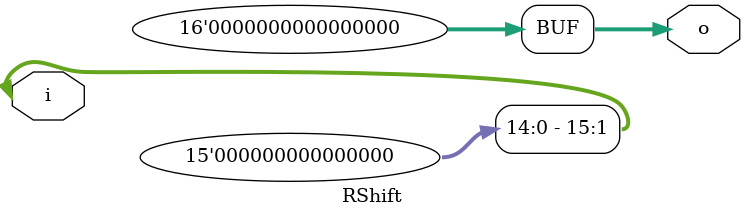
<source format=sv>
module divider#(parameter N=16)(
  input clk,
  input rstn,
  input req,
  input [N-1:0] Dividend,
  input [N-1:0] Divisor,
  output reg [N-1:0] Q,
  output reg [N-1:0] R,
  output reg ready,
  output reg exception
);
  
  
  reg [N-1:0] D, d, Counter,RefCounter,refD,refd;
  bit [N-1:0] Dr;
  bit [N-1:0] temp1, temp2, temp3; 
  
  typedef enum {START, COMPARE} state;
  
  state s;
  
  bit g, e;
  
  GE ge(
    .A(D),
    .B(d),
    .G(g),
    .E(e)
  );
  
  
  always_ff @(posedge clk or negedge rstn) begin
    if(!rstn) begin
      s <= START;
      RefCounter <= 0;
      Counter <= 1;
    end 
    else begin
      if(s == START)begin
        //
        if(req)begin
          if(Divisor == 0)begin
            exception <= 1'b1;
            ready <= 1'b1;
            s <= START;  
          end else begin 
            s <= COMPARE;
            //Data
            refD <= Dividend;
            refd <= Divisor;
            D <= Dividend;
            d <= Divisor;
          end
        end else begin
          s <= START;
          ready <= 1'b0;
        end
      end else if(s == COMPARE) begin
        if(e || g)begin
          // Divisor =< Dividend
          D <= Dr;
          Counter <= Counter << 1;
          $display(" %tns dispaly 1: Counter=%d, D=%d ",  $realtime, Counter,D);
        end else begin
          
       
          // Divisor > Dividend          
          if(Counter != 1) begin
            //RefCounter <= RefCounter + Counter;
            RefCounter <= temp3;
            Counter <= 1'b1;
            //D <= refD - refd*Counter;
            D <= temp2;
            refD <= temp2;
            $display(" %tns dispaly 2: Counter =%d, RefCounter=%d ,D=%d, refD=%d ",   $realtime,Counter,RefCounter,D,refD);
            end else begin 
            /// Sum of Counter values will be output.
             Q <= RefCounter;
             ready <= 1'b1;
             s <= START;
           end
        end
      end
    end
  end
  
  
  
  Mul M(
    .A(refd),
    .B(Counter),
    .O(temp1)
  );
  
  Sub S(
    .A(refD),
    .B(temp1),
    .O(temp2)
  );
  
  Add A(
    .A(RefCounter),
    .B(Counter),
    .O(temp3)
  );
  
  
  RShift R1(
    .i(D),
    .o(Dr)
  );
    
 endmodule

module Add#(parameter N=16)(
  input [N-1:0] A,
  input [N-1:0] B,
  output reg [N-1:0] O
);
  assign O = A+B;
endmodule

module Sub#(parameter N=16)(
  input [N-1:0] A,
  input [N-1:0] B,
  output reg [N-1:0] O
);
  assign O = A-B;
endmodule

module Mul#(parameter N=16)(
  input [N-1:0] A,
  input [N-1:0] B,
  output reg [N-1:0] O
);
  
  assign O = A*B;
  
endmodule
  
module GE#(parameter N=16)(
  //A>B
  input [N-1:0] A,
  input [N-1:0] B,
  output G,
  output E
);
  
  assign E = (A==B);
  assign G = A > B;
  
endmodule

module RShift#(parameter N=16)(
  input [N-1:0] i,
  output [N-1:0] o
);
  
  assign o[N-1:0] = 1'b0;
  assign o[N-2:0] = i[N-1:1];
  
endmodule


</source>
